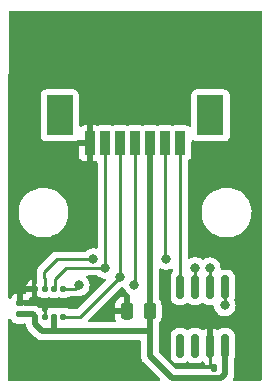
<source format=gbr>
%TF.GenerationSoftware,KiCad,Pcbnew,(6.0.9)*%
%TF.CreationDate,2022-11-26T14:04:05+01:00*%
%TF.ProjectId,SEN_PCB,53454e5f-5043-4422-9e6b-696361645f70,rev?*%
%TF.SameCoordinates,Original*%
%TF.FileFunction,Copper,L1,Top*%
%TF.FilePolarity,Positive*%
%FSLAX46Y46*%
G04 Gerber Fmt 4.6, Leading zero omitted, Abs format (unit mm)*
G04 Created by KiCad (PCBNEW (6.0.9)) date 2022-11-26 14:04:05*
%MOMM*%
%LPD*%
G01*
G04 APERTURE LIST*
G04 Aperture macros list*
%AMRoundRect*
0 Rectangle with rounded corners*
0 $1 Rounding radius*
0 $2 $3 $4 $5 $6 $7 $8 $9 X,Y pos of 4 corners*
0 Add a 4 corners polygon primitive as box body*
4,1,4,$2,$3,$4,$5,$6,$7,$8,$9,$2,$3,0*
0 Add four circle primitives for the rounded corners*
1,1,$1+$1,$2,$3*
1,1,$1+$1,$4,$5*
1,1,$1+$1,$6,$7*
1,1,$1+$1,$8,$9*
0 Add four rect primitives between the rounded corners*
20,1,$1+$1,$2,$3,$4,$5,0*
20,1,$1+$1,$4,$5,$6,$7,0*
20,1,$1+$1,$6,$7,$8,$9,0*
20,1,$1+$1,$8,$9,$2,$3,0*%
G04 Aperture macros list end*
%TA.AperFunction,SMDPad,CuDef*%
%ADD10R,0.900000X2.000000*%
%TD*%
%TA.AperFunction,ComponentPad*%
%ADD11R,2.250000X3.375000*%
%TD*%
%TA.AperFunction,SMDPad,CuDef*%
%ADD12RoundRect,0.150000X-0.150000X0.825000X-0.150000X-0.825000X0.150000X-0.825000X0.150000X0.825000X0*%
%TD*%
%TA.AperFunction,SMDPad,CuDef*%
%ADD13RoundRect,0.250000X0.250000X0.475000X-0.250000X0.475000X-0.250000X-0.475000X0.250000X-0.475000X0*%
%TD*%
%TA.AperFunction,SMDPad,CuDef*%
%ADD14RoundRect,0.140000X0.170000X-0.140000X0.170000X0.140000X-0.170000X0.140000X-0.170000X-0.140000X0*%
%TD*%
%TA.AperFunction,SMDPad,CuDef*%
%ADD15RoundRect,0.140000X0.140000X0.170000X-0.140000X0.170000X-0.140000X-0.170000X0.140000X-0.170000X0*%
%TD*%
%TA.AperFunction,SMDPad,CuDef*%
%ADD16RoundRect,0.125000X-0.125000X-0.137500X0.125000X-0.137500X0.125000X0.137500X-0.125000X0.137500X0*%
%TD*%
%TA.AperFunction,ViaPad*%
%ADD17C,0.800000*%
%TD*%
%TA.AperFunction,Conductor*%
%ADD18C,0.500000*%
%TD*%
%TA.AperFunction,Conductor*%
%ADD19C,0.250000*%
%TD*%
G04 APERTURE END LIST*
D10*
%TO.P,J1,1,1*%
%TO.N,GND*%
X72440000Y-62380000D03*
%TO.P,J1,2,2*%
%TO.N,/MOSI*%
X73710000Y-62380000D03*
%TO.P,J1,3,3*%
%TO.N,/MISO*%
X74980000Y-62380000D03*
%TO.P,J1,4,4*%
%TO.N,/CLK*%
X76250000Y-62380000D03*
%TO.P,J1,5,5*%
%TO.N,+3.3V*%
X77520000Y-62380000D03*
%TO.P,J1,6,6*%
%TO.N,/BME_SS*%
X78790000Y-62380000D03*
%TO.P,J1,7,7*%
%TO.N,/TEMP_SS*%
X80060000Y-62380000D03*
D11*
%TO.P,J1,MH1,MH1*%
%TO.N,unconnected-(J1-PadMH1)*%
X69880000Y-60020000D03*
%TO.P,J1,MH2,MH2*%
%TO.N,unconnected-(J1-PadMH2)*%
X82620000Y-60020000D03*
%TD*%
D12*
%TO.P,U2,1,SCLK*%
%TO.N,/CLK*%
X83870800Y-74563200D03*
%TO.P,U2,2,DOUT*%
%TO.N,/MISO*%
X82600800Y-74563200D03*
%TO.P,U2,3,DIN*%
%TO.N,/MOSI*%
X81330800Y-74563200D03*
%TO.P,U2,4,CS*%
%TO.N,/TEMP_SS*%
X80060800Y-74563200D03*
%TO.P,U2,5,INT*%
%TO.N,unconnected-(U2-Pad5)*%
X80060800Y-79513200D03*
%TO.P,U2,6,CT*%
%TO.N,unconnected-(U2-Pad6)*%
X81330800Y-79513200D03*
%TO.P,U2,7,GND*%
%TO.N,GND*%
X82600800Y-79513200D03*
%TO.P,U2,8,VDD*%
%TO.N,+3.3V*%
X83870800Y-79513200D03*
%TD*%
D13*
%TO.P,C3,1*%
%TO.N,+3.3V*%
X77480200Y-76581000D03*
%TO.P,C3,2*%
%TO.N,GND*%
X75580200Y-76581000D03*
%TD*%
D14*
%TO.P,C1,1*%
%TO.N,+3.3V*%
X66486400Y-76875200D03*
%TO.P,C1,2*%
%TO.N,GND*%
X66486400Y-75915200D03*
%TD*%
D15*
%TO.P,C2,1*%
%TO.N,+3.3V*%
X83868200Y-81407000D03*
%TO.P,C2,2*%
%TO.N,GND*%
X82908200Y-81407000D03*
%TD*%
D16*
%TO.P,U1,1,GND*%
%TO.N,GND*%
X67786400Y-74707700D03*
%TO.P,U1,2,CSB*%
%TO.N,/BME_SS*%
X68586400Y-74707700D03*
%TO.P,U1,3,SDI*%
%TO.N,/MOSI*%
X69386400Y-74707700D03*
%TO.P,U1,4,SCK*%
%TO.N,/CLK*%
X70186400Y-74707700D03*
%TO.P,U1,5,SDO*%
%TO.N,/MISO*%
X70186400Y-77082700D03*
%TO.P,U1,6,VDDIO*%
%TO.N,+3.3V*%
X69386400Y-77082700D03*
%TO.P,U1,7,GND*%
%TO.N,GND*%
X68586400Y-77082700D03*
%TO.P,U1,8,VDD*%
%TO.N,+3.3V*%
X67786400Y-77082700D03*
%TD*%
D17*
%TO.N,GND*%
X74701400Y-81432400D03*
X66598800Y-79019400D03*
X66624200Y-81432400D03*
X69138800Y-81432400D03*
X72500000Y-60000000D03*
X73202800Y-77089000D03*
X66497200Y-74676000D03*
X81508600Y-77038200D03*
X72500000Y-64750000D03*
X72085200Y-81432400D03*
X79984600Y-77063600D03*
X74168000Y-76123800D03*
X82880200Y-77038200D03*
%TO.N,/BME_SS*%
X72720200Y-72186800D03*
X78867000Y-72161400D03*
%TO.N,/MISO*%
X82575400Y-72948800D03*
X75006200Y-73670700D03*
%TO.N,/MOSI*%
X73710800Y-72923400D03*
X81330800Y-72923400D03*
%TO.N,/CLK*%
X83845400Y-76098400D03*
X76200000Y-74371200D03*
X71486400Y-74395200D03*
%TD*%
D18*
%TO.N,+3.3V*%
X69386400Y-78295200D02*
X77353800Y-78295200D01*
X83870800Y-79513200D02*
X83870800Y-81949307D01*
X67786400Y-77695200D02*
X68386400Y-78295200D01*
X66486400Y-76875200D02*
X67578900Y-76875200D01*
X69386400Y-77082700D02*
X69386400Y-78295200D01*
X68386400Y-78295200D02*
X69386400Y-78295200D01*
X67578900Y-76875200D02*
X67786400Y-77082700D01*
X83547787Y-82272320D02*
X79402120Y-82272320D01*
X67786400Y-77082700D02*
X67786400Y-77695200D01*
X77353800Y-78295200D02*
X77520000Y-78461400D01*
X77520000Y-62380000D02*
X77520000Y-78461400D01*
X77520000Y-80390200D02*
X77520000Y-78461400D01*
X83870800Y-81949307D02*
X83547787Y-82272320D01*
X79402120Y-82272320D02*
X77520000Y-80390200D01*
D19*
%TO.N,GND*%
X67786400Y-75445200D02*
X68586400Y-76245200D01*
X67786400Y-74707700D02*
X67786400Y-75445200D01*
X82600800Y-81099600D02*
X82908200Y-81407000D01*
X68586400Y-76245200D02*
X68586400Y-77082700D01*
X82600800Y-79513200D02*
X82600800Y-81099600D01*
%TO.N,/BME_SS*%
X78867000Y-72161400D02*
X78790000Y-72084400D01*
X68586400Y-73769895D02*
X68586400Y-74707700D01*
X78790000Y-72084400D02*
X78790000Y-62380000D01*
X69646800Y-72186800D02*
X68580000Y-73253600D01*
X68580000Y-73253600D02*
X68580000Y-73761600D01*
X72720200Y-72186800D02*
X69646800Y-72186800D01*
%TO.N,/MISO*%
X71594200Y-77082700D02*
X70186400Y-77082700D01*
X82575400Y-74537800D02*
X82600800Y-74563200D01*
X74980000Y-73644500D02*
X74980000Y-62380000D01*
X82575400Y-72948800D02*
X82575400Y-74537800D01*
X75006200Y-73670700D02*
X74980000Y-73644500D01*
X75006200Y-73670700D02*
X71594200Y-77082700D01*
%TO.N,/MOSI*%
X81330800Y-72923400D02*
X81330800Y-74563200D01*
X70425586Y-72923400D02*
X69486400Y-73862586D01*
X69486400Y-73862586D02*
X69486400Y-74607700D01*
X69486400Y-74607700D02*
X69386400Y-74707700D01*
X73710800Y-72923400D02*
X70425586Y-72923400D01*
X73710000Y-72922600D02*
X73710000Y-62380000D01*
X73710800Y-72923400D02*
X73710000Y-72922600D01*
%TO.N,/CLK*%
X71173900Y-74707700D02*
X71486400Y-74395200D01*
X83845400Y-76098400D02*
X83845400Y-74588600D01*
X76250000Y-62630000D02*
X76500000Y-62380000D01*
X83845400Y-74588600D02*
X83870800Y-74563200D01*
X70186400Y-74707700D02*
X71173900Y-74707700D01*
X76250000Y-74321200D02*
X76250000Y-62380000D01*
%TO.N,/TEMP_SS*%
X80060000Y-62380000D02*
X80060000Y-74359200D01*
%TD*%
%TA.AperFunction,Conductor*%
%TO.N,GND*%
G36*
X65705585Y-77268930D02*
G01*
X65731308Y-77299826D01*
X65799912Y-77415829D01*
X65915771Y-77531688D01*
X65922592Y-77535722D01*
X65998134Y-77580397D01*
X66056803Y-77615094D01*
X66064414Y-77617305D01*
X66064416Y-77617306D01*
X66115395Y-77632116D01*
X66214146Y-77660806D01*
X66220551Y-77661310D01*
X66220556Y-77661311D01*
X66248460Y-77663507D01*
X66248468Y-77663507D01*
X66250916Y-77663700D01*
X66721884Y-77663700D01*
X66724332Y-77663507D01*
X66724340Y-77663507D01*
X66752244Y-77661311D01*
X66752249Y-77661310D01*
X66758654Y-77660806D01*
X66764826Y-77659013D01*
X66764831Y-77659012D01*
X66834733Y-77638703D01*
X66869886Y-77633700D01*
X66903403Y-77633700D01*
X66971524Y-77653702D01*
X67018017Y-77707358D01*
X67028554Y-77745106D01*
X67031193Y-77767737D01*
X67031622Y-77772082D01*
X67037540Y-77844837D01*
X67039796Y-77851801D01*
X67040987Y-77857760D01*
X67042371Y-77863615D01*
X67043218Y-77870881D01*
X67068135Y-77939527D01*
X67069552Y-77943655D01*
X67092049Y-78013099D01*
X67095845Y-78019354D01*
X67098351Y-78024828D01*
X67101070Y-78030258D01*
X67103567Y-78037137D01*
X67107580Y-78043257D01*
X67107580Y-78043258D01*
X67143586Y-78098176D01*
X67145923Y-78101880D01*
X67183805Y-78164307D01*
X67187521Y-78168515D01*
X67187522Y-78168516D01*
X67191203Y-78172684D01*
X67191176Y-78172708D01*
X67193829Y-78175700D01*
X67196532Y-78178933D01*
X67200544Y-78185052D01*
X67205856Y-78190084D01*
X67256783Y-78238328D01*
X67259225Y-78240706D01*
X67802630Y-78784111D01*
X67815016Y-78798523D01*
X67823549Y-78810118D01*
X67823554Y-78810123D01*
X67827892Y-78816018D01*
X67833470Y-78820757D01*
X67833473Y-78820760D01*
X67868168Y-78850235D01*
X67875684Y-78857165D01*
X67881379Y-78862860D01*
X67884261Y-78865140D01*
X67903651Y-78880481D01*
X67907055Y-78883272D01*
X67957103Y-78925791D01*
X67962685Y-78930533D01*
X67969201Y-78933861D01*
X67974250Y-78937228D01*
X67979379Y-78940395D01*
X67985116Y-78944934D01*
X68051275Y-78975855D01*
X68055169Y-78977758D01*
X68120208Y-79010969D01*
X68127316Y-79012708D01*
X68132959Y-79014807D01*
X68138722Y-79016724D01*
X68145350Y-79019822D01*
X68152512Y-79021312D01*
X68152513Y-79021312D01*
X68216812Y-79034686D01*
X68221096Y-79035656D01*
X68292010Y-79053008D01*
X68297612Y-79053356D01*
X68297615Y-79053356D01*
X68303164Y-79053700D01*
X68303162Y-79053736D01*
X68307155Y-79053975D01*
X68311347Y-79054349D01*
X68318515Y-79055840D01*
X68387456Y-79053975D01*
X68395921Y-79053746D01*
X68399328Y-79053700D01*
X69358565Y-79053700D01*
X69366366Y-79053942D01*
X69427698Y-79057747D01*
X69440660Y-79055520D01*
X69461996Y-79053700D01*
X76635500Y-79053700D01*
X76703621Y-79073702D01*
X76750114Y-79127358D01*
X76761500Y-79179700D01*
X76761500Y-80323130D01*
X76760067Y-80342080D01*
X76756801Y-80363549D01*
X76757394Y-80370841D01*
X76757394Y-80370844D01*
X76761085Y-80416218D01*
X76761500Y-80426433D01*
X76761500Y-80434493D01*
X76761925Y-80438137D01*
X76764789Y-80462707D01*
X76765222Y-80467082D01*
X76771140Y-80539837D01*
X76773396Y-80546801D01*
X76774587Y-80552760D01*
X76775971Y-80558615D01*
X76776818Y-80565881D01*
X76801735Y-80634527D01*
X76803152Y-80638655D01*
X76825649Y-80708099D01*
X76829445Y-80714354D01*
X76831951Y-80719828D01*
X76834670Y-80725258D01*
X76837167Y-80732137D01*
X76841180Y-80738257D01*
X76841180Y-80738258D01*
X76877186Y-80793176D01*
X76879523Y-80796880D01*
X76917405Y-80859307D01*
X76921121Y-80863515D01*
X76921122Y-80863516D01*
X76924803Y-80867684D01*
X76924776Y-80867708D01*
X76927429Y-80870700D01*
X76930132Y-80873933D01*
X76934144Y-80880052D01*
X76990383Y-80933328D01*
X76992825Y-80935706D01*
X78366124Y-82309005D01*
X78400150Y-82371317D01*
X78395085Y-82442132D01*
X78352538Y-82498968D01*
X78286018Y-82523779D01*
X78277029Y-82524100D01*
X65611352Y-82524100D01*
X65543231Y-82504098D01*
X65496738Y-82450442D01*
X65485352Y-82397812D01*
X65496855Y-77363678D01*
X65517013Y-77295603D01*
X65570775Y-77249233D01*
X65641072Y-77239290D01*
X65705585Y-77268930D01*
G37*
%TD.AperFunction*%
%TA.AperFunction,Conductor*%
G36*
X86981569Y-51176102D02*
G01*
X87028062Y-51229758D01*
X87039448Y-51282388D01*
X86968348Y-82398388D01*
X86948190Y-82466463D01*
X86894428Y-82512833D01*
X86842348Y-82524100D01*
X84637411Y-82524100D01*
X84569290Y-82504098D01*
X84522797Y-82450442D01*
X84512693Y-82380168D01*
X84523261Y-82344755D01*
X84551444Y-82284455D01*
X84553361Y-82280532D01*
X84586569Y-82215499D01*
X84588308Y-82208391D01*
X84590407Y-82202748D01*
X84592324Y-82196985D01*
X84595422Y-82190357D01*
X84610287Y-82118890D01*
X84611257Y-82114606D01*
X84627273Y-82049152D01*
X84628608Y-82043697D01*
X84629300Y-82032543D01*
X84629336Y-82032545D01*
X84629575Y-82028552D01*
X84629949Y-82024360D01*
X84631440Y-82017192D01*
X84629346Y-81939786D01*
X84629300Y-81936379D01*
X84629300Y-81781537D01*
X84634303Y-81746384D01*
X84652011Y-81685431D01*
X84653806Y-81679254D01*
X84656700Y-81642484D01*
X84656700Y-81171516D01*
X84653806Y-81134746D01*
X84634303Y-81067615D01*
X84629300Y-81032463D01*
X84629300Y-80621954D01*
X84634303Y-80586802D01*
X84674567Y-80448211D01*
X84674568Y-80448207D01*
X84676362Y-80442031D01*
X84676956Y-80434493D01*
X84679107Y-80407158D01*
X84679107Y-80407150D01*
X84679300Y-80404702D01*
X84679300Y-78621698D01*
X84676362Y-78584369D01*
X84629945Y-78424599D01*
X84612907Y-78395789D01*
X84549291Y-78288220D01*
X84549289Y-78288217D01*
X84545253Y-78281393D01*
X84427607Y-78163747D01*
X84420783Y-78159711D01*
X84420780Y-78159709D01*
X84291227Y-78083092D01*
X84291228Y-78083092D01*
X84284401Y-78079055D01*
X84276790Y-78076844D01*
X84276788Y-78076843D01*
X84188942Y-78051322D01*
X84124631Y-78032638D01*
X84118226Y-78032134D01*
X84118221Y-78032133D01*
X84089758Y-78029893D01*
X84089750Y-78029893D01*
X84087302Y-78029700D01*
X83654298Y-78029700D01*
X83651850Y-78029893D01*
X83651842Y-78029893D01*
X83623379Y-78032133D01*
X83623374Y-78032134D01*
X83616969Y-78032638D01*
X83552658Y-78051322D01*
X83464812Y-78076843D01*
X83464810Y-78076844D01*
X83457199Y-78079055D01*
X83313993Y-78163747D01*
X83311053Y-78166687D01*
X83246529Y-78192021D01*
X83176906Y-78178120D01*
X83158160Y-78166071D01*
X83150477Y-78160111D01*
X83021021Y-78083552D01*
X83006590Y-78077307D01*
X82872195Y-78038261D01*
X82858094Y-78038301D01*
X82854800Y-78045570D01*
X82854800Y-79641200D01*
X82834798Y-79709321D01*
X82781142Y-79755814D01*
X82728800Y-79767200D01*
X82472800Y-79767200D01*
X82404679Y-79747198D01*
X82358186Y-79693542D01*
X82346800Y-79641200D01*
X82346800Y-78051322D01*
X82342827Y-78037791D01*
X82334929Y-78036656D01*
X82195010Y-78077307D01*
X82180579Y-78083552D01*
X82051124Y-78160110D01*
X82043436Y-78166074D01*
X81977351Y-78192021D01*
X81907728Y-78178120D01*
X81891642Y-78167782D01*
X81887607Y-78163747D01*
X81744401Y-78079055D01*
X81736790Y-78076844D01*
X81736788Y-78076843D01*
X81648942Y-78051322D01*
X81584631Y-78032638D01*
X81578226Y-78032134D01*
X81578221Y-78032133D01*
X81549758Y-78029893D01*
X81549750Y-78029893D01*
X81547302Y-78029700D01*
X81114298Y-78029700D01*
X81111850Y-78029893D01*
X81111842Y-78029893D01*
X81083379Y-78032133D01*
X81083374Y-78032134D01*
X81076969Y-78032638D01*
X81012658Y-78051322D01*
X80924812Y-78076843D01*
X80924810Y-78076844D01*
X80917199Y-78079055D01*
X80773993Y-78163747D01*
X80771311Y-78166429D01*
X80706939Y-78191702D01*
X80637316Y-78177800D01*
X80621488Y-78167628D01*
X80617607Y-78163747D01*
X80474401Y-78079055D01*
X80466790Y-78076844D01*
X80466788Y-78076843D01*
X80378942Y-78051322D01*
X80314631Y-78032638D01*
X80308226Y-78032134D01*
X80308221Y-78032133D01*
X80279758Y-78029893D01*
X80279750Y-78029893D01*
X80277302Y-78029700D01*
X79844298Y-78029700D01*
X79841850Y-78029893D01*
X79841842Y-78029893D01*
X79813379Y-78032133D01*
X79813374Y-78032134D01*
X79806969Y-78032638D01*
X79742658Y-78051322D01*
X79654812Y-78076843D01*
X79654810Y-78076844D01*
X79647199Y-78079055D01*
X79640372Y-78083092D01*
X79640373Y-78083092D01*
X79510820Y-78159709D01*
X79510817Y-78159711D01*
X79503993Y-78163747D01*
X79386347Y-78281393D01*
X79382311Y-78288217D01*
X79382309Y-78288220D01*
X79318693Y-78395789D01*
X79301655Y-78424599D01*
X79255238Y-78584369D01*
X79252300Y-78621698D01*
X79252300Y-80404702D01*
X79252493Y-80407150D01*
X79252493Y-80407158D01*
X79254645Y-80434493D01*
X79255238Y-80442031D01*
X79301655Y-80601801D01*
X79318693Y-80630611D01*
X79382309Y-80738180D01*
X79382311Y-80738183D01*
X79386347Y-80745007D01*
X79503993Y-80862653D01*
X79510816Y-80866688D01*
X79510820Y-80866691D01*
X79554008Y-80892232D01*
X79647199Y-80947345D01*
X79654810Y-80949556D01*
X79654812Y-80949557D01*
X79707031Y-80964728D01*
X79806969Y-80993762D01*
X79813374Y-80994266D01*
X79813379Y-80994267D01*
X79841842Y-80996507D01*
X79841850Y-80996507D01*
X79844298Y-80996700D01*
X80277302Y-80996700D01*
X80279750Y-80996507D01*
X80279758Y-80996507D01*
X80308221Y-80994267D01*
X80308226Y-80994266D01*
X80314631Y-80993762D01*
X80414569Y-80964728D01*
X80466788Y-80949557D01*
X80466790Y-80949556D01*
X80474401Y-80947345D01*
X80617607Y-80862653D01*
X80620289Y-80859971D01*
X80684661Y-80834698D01*
X80754284Y-80848600D01*
X80770112Y-80858772D01*
X80773993Y-80862653D01*
X80917199Y-80947345D01*
X80924810Y-80949556D01*
X80924812Y-80949557D01*
X80977031Y-80964728D01*
X81076969Y-80993762D01*
X81083374Y-80994266D01*
X81083379Y-80994267D01*
X81111842Y-80996507D01*
X81111850Y-80996507D01*
X81114298Y-80996700D01*
X81547302Y-80996700D01*
X81549750Y-80996507D01*
X81549758Y-80996507D01*
X81578221Y-80994267D01*
X81578226Y-80994266D01*
X81584631Y-80993762D01*
X81684569Y-80964728D01*
X81736788Y-80949557D01*
X81736790Y-80949556D01*
X81744401Y-80947345D01*
X81887607Y-80862653D01*
X81890547Y-80859713D01*
X81955071Y-80834379D01*
X82024694Y-80848280D01*
X82043440Y-80860329D01*
X82051123Y-80866289D01*
X82094991Y-80892232D01*
X82143443Y-80944125D01*
X82156149Y-81013975D01*
X82151849Y-81035839D01*
X82124888Y-81128641D01*
X82123432Y-81136609D01*
X82126252Y-81150031D01*
X82137713Y-81153000D01*
X82953700Y-81153000D01*
X83021821Y-81173002D01*
X83068314Y-81226658D01*
X83079700Y-81279000D01*
X83079700Y-81387820D01*
X83059698Y-81455941D01*
X83006042Y-81502434D01*
X82953700Y-81513820D01*
X79768490Y-81513820D01*
X79700369Y-81493818D01*
X79679395Y-81476915D01*
X78315405Y-80112924D01*
X78281379Y-80050612D01*
X78278500Y-80023829D01*
X78278500Y-78528469D01*
X78279933Y-78509518D01*
X78282099Y-78495283D01*
X78282099Y-78495281D01*
X78283199Y-78488051D01*
X78278915Y-78435382D01*
X78278500Y-78425167D01*
X78278500Y-77632524D01*
X78298502Y-77564403D01*
X78315326Y-77543507D01*
X78324333Y-77534484D01*
X78329505Y-77529303D01*
X78422315Y-77378738D01*
X78448764Y-77298995D01*
X78475832Y-77217389D01*
X78475832Y-77217387D01*
X78477997Y-77210861D01*
X78488700Y-77106400D01*
X78488700Y-76055600D01*
X78487472Y-76043762D01*
X78478438Y-75956692D01*
X78478437Y-75956688D01*
X78477726Y-75949834D01*
X78465322Y-75912653D01*
X78424068Y-75789002D01*
X78421750Y-75782054D01*
X78328678Y-75631652D01*
X78315482Y-75618479D01*
X78281403Y-75556197D01*
X78278500Y-75529306D01*
X78278500Y-73087883D01*
X78298502Y-73019762D01*
X78352158Y-72973269D01*
X78422432Y-72963165D01*
X78455747Y-72972776D01*
X78530729Y-73006159D01*
X78558537Y-73018540D01*
X78584712Y-73030194D01*
X78678113Y-73050047D01*
X78765056Y-73068528D01*
X78765061Y-73068528D01*
X78771513Y-73069900D01*
X78962487Y-73069900D01*
X78968939Y-73068528D01*
X78968944Y-73068528D01*
X79055887Y-73050047D01*
X79149288Y-73030194D01*
X79155315Y-73027511D01*
X79155323Y-73027508D01*
X79249252Y-72985688D01*
X79319619Y-72976254D01*
X79383916Y-73006361D01*
X79421729Y-73066450D01*
X79426500Y-73100795D01*
X79426500Y-73239050D01*
X79406498Y-73307171D01*
X79396645Y-73319397D01*
X79396811Y-73319525D01*
X79391956Y-73325784D01*
X79386347Y-73331393D01*
X79382311Y-73338217D01*
X79382309Y-73338220D01*
X79318693Y-73445789D01*
X79301655Y-73474599D01*
X79255238Y-73634369D01*
X79254734Y-73640774D01*
X79254733Y-73640779D01*
X79252493Y-73669242D01*
X79252300Y-73671698D01*
X79252300Y-75454702D01*
X79252493Y-75457150D01*
X79252493Y-75457158D01*
X79254189Y-75478700D01*
X79255238Y-75492031D01*
X79270686Y-75545203D01*
X79297611Y-75637880D01*
X79301655Y-75651801D01*
X79305692Y-75658627D01*
X79382309Y-75788180D01*
X79382311Y-75788183D01*
X79386347Y-75795007D01*
X79503993Y-75912653D01*
X79510817Y-75916689D01*
X79510820Y-75916691D01*
X79580816Y-75958086D01*
X79647199Y-75997345D01*
X79654810Y-75999556D01*
X79654812Y-75999557D01*
X79701229Y-76013042D01*
X79806969Y-76043762D01*
X79813374Y-76044266D01*
X79813379Y-76044267D01*
X79841842Y-76046507D01*
X79841850Y-76046507D01*
X79844298Y-76046700D01*
X80277302Y-76046700D01*
X80279750Y-76046507D01*
X80279758Y-76046507D01*
X80308221Y-76044267D01*
X80308226Y-76044266D01*
X80314631Y-76043762D01*
X80420371Y-76013042D01*
X80466788Y-75999557D01*
X80466790Y-75999556D01*
X80474401Y-75997345D01*
X80617607Y-75912653D01*
X80620289Y-75909971D01*
X80684661Y-75884698D01*
X80754284Y-75898600D01*
X80770112Y-75908772D01*
X80773993Y-75912653D01*
X80917199Y-75997345D01*
X80924810Y-75999556D01*
X80924812Y-75999557D01*
X80971229Y-76013042D01*
X81076969Y-76043762D01*
X81083374Y-76044266D01*
X81083379Y-76044267D01*
X81111842Y-76046507D01*
X81111850Y-76046507D01*
X81114298Y-76046700D01*
X81547302Y-76046700D01*
X81549750Y-76046507D01*
X81549758Y-76046507D01*
X81578221Y-76044267D01*
X81578226Y-76044266D01*
X81584631Y-76043762D01*
X81690371Y-76013042D01*
X81736788Y-75999557D01*
X81736790Y-75999556D01*
X81744401Y-75997345D01*
X81887607Y-75912653D01*
X81890289Y-75909971D01*
X81954661Y-75884698D01*
X82024284Y-75898600D01*
X82040112Y-75908772D01*
X82043993Y-75912653D01*
X82187199Y-75997345D01*
X82194810Y-75999556D01*
X82194812Y-75999557D01*
X82241229Y-76013042D01*
X82346969Y-76043762D01*
X82353374Y-76044266D01*
X82353379Y-76044267D01*
X82381842Y-76046507D01*
X82381850Y-76046507D01*
X82384298Y-76046700D01*
X82813011Y-76046700D01*
X82881132Y-76066702D01*
X82927625Y-76120358D01*
X82938321Y-76159530D01*
X82946765Y-76239867D01*
X82951858Y-76288328D01*
X83010873Y-76469956D01*
X83106360Y-76635344D01*
X83110778Y-76640251D01*
X83110779Y-76640252D01*
X83229725Y-76772355D01*
X83234147Y-76777266D01*
X83297939Y-76823614D01*
X83377230Y-76881222D01*
X83388648Y-76889518D01*
X83394676Y-76892202D01*
X83394678Y-76892203D01*
X83557081Y-76964509D01*
X83563112Y-76967194D01*
X83656513Y-76987047D01*
X83743456Y-77005528D01*
X83743461Y-77005528D01*
X83749913Y-77006900D01*
X83940887Y-77006900D01*
X83947339Y-77005528D01*
X83947344Y-77005528D01*
X84034287Y-76987047D01*
X84127688Y-76967194D01*
X84133719Y-76964509D01*
X84296122Y-76892203D01*
X84296124Y-76892202D01*
X84302152Y-76889518D01*
X84313571Y-76881222D01*
X84392861Y-76823614D01*
X84456653Y-76777266D01*
X84461075Y-76772355D01*
X84580021Y-76640252D01*
X84580022Y-76640251D01*
X84584440Y-76635344D01*
X84679927Y-76469956D01*
X84738942Y-76288328D01*
X84744036Y-76239867D01*
X84758214Y-76104965D01*
X84758904Y-76098400D01*
X84753450Y-76046507D01*
X84739632Y-75915035D01*
X84739632Y-75915033D01*
X84738942Y-75908472D01*
X84735735Y-75898600D01*
X84681969Y-75733129D01*
X84679927Y-75726844D01*
X84659045Y-75690675D01*
X84642307Y-75621679D01*
X84647167Y-75592522D01*
X84660914Y-75545203D01*
X84676362Y-75492031D01*
X84677412Y-75478700D01*
X84679107Y-75457158D01*
X84679107Y-75457150D01*
X84679300Y-75454702D01*
X84679300Y-73671698D01*
X84679107Y-73669242D01*
X84676867Y-73640779D01*
X84676866Y-73640774D01*
X84676362Y-73634369D01*
X84629945Y-73474599D01*
X84612907Y-73445789D01*
X84549291Y-73338220D01*
X84549289Y-73338217D01*
X84545253Y-73331393D01*
X84427607Y-73213747D01*
X84420783Y-73209711D01*
X84420780Y-73209709D01*
X84291227Y-73133092D01*
X84291228Y-73133092D01*
X84284401Y-73129055D01*
X84276790Y-73126844D01*
X84276788Y-73126843D01*
X84187128Y-73100795D01*
X84124631Y-73082638D01*
X84118226Y-73082134D01*
X84118221Y-73082133D01*
X84089758Y-73079893D01*
X84089750Y-73079893D01*
X84087302Y-73079700D01*
X83654298Y-73079700D01*
X83651847Y-73079893D01*
X83651819Y-73079894D01*
X83624101Y-73082076D01*
X83554621Y-73067482D01*
X83504061Y-73017640D01*
X83488214Y-72956465D01*
X83488214Y-72955365D01*
X83488904Y-72948800D01*
X83477650Y-72841720D01*
X83469632Y-72765435D01*
X83469632Y-72765433D01*
X83468942Y-72758872D01*
X83409927Y-72577244D01*
X83314440Y-72411856D01*
X83186653Y-72269934D01*
X83032152Y-72157682D01*
X83026124Y-72154998D01*
X83026122Y-72154997D01*
X82863719Y-72082691D01*
X82863718Y-72082691D01*
X82857688Y-72080006D01*
X82750823Y-72057291D01*
X82677344Y-72041672D01*
X82677339Y-72041672D01*
X82670887Y-72040300D01*
X82479913Y-72040300D01*
X82473461Y-72041672D01*
X82473456Y-72041672D01*
X82399977Y-72057291D01*
X82293112Y-72080006D01*
X82287082Y-72082691D01*
X82287081Y-72082691D01*
X82124678Y-72154997D01*
X82124676Y-72154998D01*
X82118648Y-72157682D01*
X82113307Y-72161562D01*
X82113306Y-72161563D01*
X82044641Y-72211451D01*
X81977773Y-72235310D01*
X81908621Y-72219229D01*
X81896519Y-72211451D01*
X81792894Y-72136163D01*
X81792893Y-72136162D01*
X81787552Y-72132282D01*
X81781524Y-72129598D01*
X81781522Y-72129597D01*
X81619119Y-72057291D01*
X81619118Y-72057291D01*
X81613088Y-72054606D01*
X81519688Y-72034753D01*
X81432744Y-72016272D01*
X81432739Y-72016272D01*
X81426287Y-72014900D01*
X81235313Y-72014900D01*
X81228861Y-72016272D01*
X81228856Y-72016272D01*
X81141912Y-72034753D01*
X81048512Y-72054606D01*
X81042482Y-72057291D01*
X81042481Y-72057291D01*
X80994544Y-72078634D01*
X80874048Y-72132282D01*
X80873231Y-72130446D01*
X80813514Y-72144938D01*
X80746420Y-72121722D01*
X80702529Y-72065918D01*
X80693500Y-72019080D01*
X80693500Y-68382503D01*
X81890743Y-68382503D01*
X81928268Y-68667534D01*
X82004129Y-68944836D01*
X82116923Y-69209276D01*
X82264561Y-69455961D01*
X82444313Y-69680328D01*
X82652851Y-69878223D01*
X82886317Y-70045986D01*
X82890112Y-70047995D01*
X82890113Y-70047996D01*
X82911869Y-70059515D01*
X83140392Y-70180512D01*
X83410373Y-70279311D01*
X83691264Y-70340555D01*
X83719841Y-70342804D01*
X83914282Y-70358107D01*
X83914291Y-70358107D01*
X83916739Y-70358300D01*
X84072271Y-70358300D01*
X84074407Y-70358154D01*
X84074418Y-70358154D01*
X84282548Y-70343965D01*
X84282554Y-70343964D01*
X84286825Y-70343673D01*
X84291020Y-70342804D01*
X84291022Y-70342804D01*
X84427584Y-70314523D01*
X84568342Y-70285374D01*
X84839343Y-70189407D01*
X85094812Y-70057550D01*
X85098313Y-70055089D01*
X85098317Y-70055087D01*
X85212417Y-69974896D01*
X85330023Y-69892241D01*
X85540622Y-69696540D01*
X85722713Y-69474068D01*
X85872927Y-69228942D01*
X85988483Y-68965698D01*
X86067244Y-68689206D01*
X86107751Y-68404584D01*
X86107845Y-68386751D01*
X86109235Y-68121383D01*
X86109235Y-68121376D01*
X86109257Y-68117097D01*
X86071732Y-67832066D01*
X85995871Y-67554764D01*
X85883077Y-67290324D01*
X85735439Y-67043639D01*
X85555687Y-66819272D01*
X85347149Y-66621377D01*
X85113683Y-66453614D01*
X85091843Y-66442050D01*
X85068654Y-66429772D01*
X84859608Y-66319088D01*
X84589627Y-66220289D01*
X84308736Y-66159045D01*
X84277685Y-66156601D01*
X84085718Y-66141493D01*
X84085709Y-66141493D01*
X84083261Y-66141300D01*
X83927729Y-66141300D01*
X83925593Y-66141446D01*
X83925582Y-66141446D01*
X83717452Y-66155635D01*
X83717446Y-66155636D01*
X83713175Y-66155927D01*
X83708980Y-66156796D01*
X83708978Y-66156796D01*
X83572416Y-66185077D01*
X83431658Y-66214226D01*
X83160657Y-66310193D01*
X82905188Y-66442050D01*
X82901687Y-66444511D01*
X82901683Y-66444513D01*
X82891594Y-66451604D01*
X82669977Y-66607359D01*
X82459378Y-66803060D01*
X82277287Y-67025532D01*
X82127073Y-67270658D01*
X82011517Y-67533902D01*
X81932756Y-67810394D01*
X81892249Y-68095016D01*
X81892227Y-68099305D01*
X81892226Y-68099312D01*
X81890765Y-68378217D01*
X81890743Y-68382503D01*
X80693500Y-68382503D01*
X80693500Y-63938433D01*
X80713502Y-63870312D01*
X80755678Y-63831000D01*
X80756705Y-63830615D01*
X80873261Y-63743261D01*
X80960615Y-63626705D01*
X81011745Y-63490316D01*
X81018500Y-63428134D01*
X81018500Y-62237784D01*
X81038502Y-62169663D01*
X81092158Y-62123170D01*
X81162432Y-62113066D01*
X81220063Y-62136956D01*
X81248295Y-62158115D01*
X81384684Y-62209245D01*
X81446866Y-62216000D01*
X83793134Y-62216000D01*
X83855316Y-62209245D01*
X83991705Y-62158115D01*
X84108261Y-62070761D01*
X84195615Y-61954205D01*
X84246745Y-61817816D01*
X84253500Y-61755634D01*
X84253500Y-58284366D01*
X84246745Y-58222184D01*
X84195615Y-58085795D01*
X84108261Y-57969239D01*
X83991705Y-57881885D01*
X83855316Y-57830755D01*
X83793134Y-57824000D01*
X81446866Y-57824000D01*
X81384684Y-57830755D01*
X81248295Y-57881885D01*
X81131739Y-57969239D01*
X81044385Y-58085795D01*
X80993255Y-58222184D01*
X80986500Y-58284366D01*
X80986500Y-60849716D01*
X80966498Y-60917837D01*
X80912842Y-60964330D01*
X80842568Y-60974434D01*
X80784937Y-60950544D01*
X80756705Y-60929385D01*
X80620316Y-60878255D01*
X80558134Y-60871500D01*
X79561866Y-60871500D01*
X79499684Y-60878255D01*
X79469229Y-60889672D01*
X79398423Y-60894855D01*
X79380776Y-60889674D01*
X79350316Y-60878255D01*
X79288134Y-60871500D01*
X78291866Y-60871500D01*
X78229684Y-60878255D01*
X78199229Y-60889672D01*
X78128423Y-60894855D01*
X78110776Y-60889674D01*
X78080316Y-60878255D01*
X78018134Y-60871500D01*
X77021866Y-60871500D01*
X76959684Y-60878255D01*
X76929229Y-60889672D01*
X76858423Y-60894855D01*
X76840776Y-60889674D01*
X76810316Y-60878255D01*
X76748134Y-60871500D01*
X75751866Y-60871500D01*
X75689684Y-60878255D01*
X75659229Y-60889672D01*
X75588423Y-60894855D01*
X75570776Y-60889674D01*
X75540316Y-60878255D01*
X75478134Y-60871500D01*
X74481866Y-60871500D01*
X74419684Y-60878255D01*
X74389229Y-60889672D01*
X74318423Y-60894855D01*
X74300776Y-60889674D01*
X74270316Y-60878255D01*
X74208134Y-60871500D01*
X73211866Y-60871500D01*
X73149684Y-60878255D01*
X73118517Y-60889939D01*
X73047712Y-60895122D01*
X73030057Y-60889939D01*
X73007602Y-60881521D01*
X72992351Y-60877895D01*
X72941486Y-60872369D01*
X72934672Y-60872000D01*
X72712115Y-60872000D01*
X72696876Y-60876475D01*
X72695671Y-60877865D01*
X72694000Y-60885548D01*
X72694000Y-63869884D01*
X72698475Y-63885123D01*
X72699865Y-63886328D01*
X72707548Y-63887999D01*
X72934675Y-63887999D01*
X72943688Y-63887511D01*
X73012791Y-63903801D01*
X73062116Y-63954865D01*
X73076500Y-64013327D01*
X73076500Y-71178140D01*
X73056498Y-71246261D01*
X73002842Y-71292754D01*
X72932568Y-71302858D01*
X72924303Y-71301387D01*
X72822144Y-71279672D01*
X72822139Y-71279672D01*
X72815687Y-71278300D01*
X72624713Y-71278300D01*
X72618261Y-71279672D01*
X72618256Y-71279672D01*
X72531313Y-71298153D01*
X72437912Y-71318006D01*
X72431882Y-71320691D01*
X72431881Y-71320691D01*
X72269478Y-71392997D01*
X72269476Y-71392998D01*
X72263448Y-71395682D01*
X72258107Y-71399562D01*
X72258106Y-71399563D01*
X72195660Y-71444933D01*
X72108947Y-71507934D01*
X72104532Y-71512837D01*
X72099620Y-71517260D01*
X72098495Y-71516011D01*
X72045186Y-71548851D01*
X72012000Y-71553300D01*
X69725567Y-71553300D01*
X69714384Y-71552773D01*
X69706891Y-71551098D01*
X69698965Y-71551347D01*
X69698964Y-71551347D01*
X69638814Y-71553238D01*
X69634855Y-71553300D01*
X69606944Y-71553300D01*
X69603010Y-71553797D01*
X69603009Y-71553797D01*
X69602944Y-71553805D01*
X69591107Y-71554738D01*
X69558849Y-71555752D01*
X69554830Y-71555878D01*
X69546911Y-71556127D01*
X69527457Y-71561779D01*
X69508100Y-71565787D01*
X69495870Y-71567332D01*
X69495869Y-71567332D01*
X69488003Y-71568326D01*
X69480632Y-71571245D01*
X69480630Y-71571245D01*
X69446888Y-71584604D01*
X69435658Y-71588449D01*
X69400817Y-71598571D01*
X69400816Y-71598571D01*
X69393207Y-71600782D01*
X69386388Y-71604815D01*
X69386383Y-71604817D01*
X69375772Y-71611093D01*
X69358024Y-71619788D01*
X69339183Y-71627248D01*
X69332767Y-71631910D01*
X69332766Y-71631910D01*
X69303413Y-71653236D01*
X69293493Y-71659752D01*
X69262265Y-71678220D01*
X69262262Y-71678222D01*
X69255438Y-71682258D01*
X69241117Y-71696579D01*
X69226084Y-71709419D01*
X69209693Y-71721328D01*
X69204642Y-71727434D01*
X69181502Y-71755405D01*
X69173512Y-71764184D01*
X68187747Y-72749948D01*
X68179461Y-72757488D01*
X68172982Y-72761600D01*
X68167557Y-72767377D01*
X68126357Y-72811251D01*
X68123602Y-72814093D01*
X68103865Y-72833830D01*
X68101385Y-72837027D01*
X68093682Y-72846047D01*
X68063414Y-72878279D01*
X68059595Y-72885225D01*
X68059593Y-72885228D01*
X68053652Y-72896034D01*
X68042801Y-72912553D01*
X68030386Y-72928559D01*
X68027241Y-72935828D01*
X68027238Y-72935832D01*
X68012826Y-72969137D01*
X68007609Y-72979787D01*
X67986305Y-73018540D01*
X67984334Y-73026215D01*
X67984334Y-73026216D01*
X67981267Y-73038162D01*
X67974863Y-73056866D01*
X67966819Y-73075455D01*
X67965580Y-73083278D01*
X67965577Y-73083288D01*
X67959901Y-73119124D01*
X67957495Y-73130744D01*
X67948472Y-73165889D01*
X67946500Y-73173570D01*
X67946500Y-73193824D01*
X67944949Y-73213534D01*
X67941780Y-73233543D01*
X67942526Y-73241435D01*
X67945941Y-73277561D01*
X67946500Y-73289419D01*
X67946500Y-73801456D01*
X67946997Y-73805387D01*
X67951906Y-73844248D01*
X67952900Y-73860040D01*
X67952900Y-74151060D01*
X67935354Y-74215199D01*
X67875382Y-74316607D01*
X67873171Y-74324217D01*
X67839444Y-74440305D01*
X67830726Y-74470311D01*
X67830221Y-74476730D01*
X67828093Y-74503762D01*
X67828092Y-74503775D01*
X67827900Y-74506221D01*
X67827901Y-74909178D01*
X67828095Y-74911643D01*
X67830094Y-74937052D01*
X67830726Y-74945089D01*
X67875382Y-75098793D01*
X67879416Y-75105614D01*
X67952824Y-75229743D01*
X67952827Y-75229747D01*
X67956858Y-75236563D01*
X67999495Y-75279200D01*
X68033521Y-75341512D01*
X68036400Y-75368295D01*
X68036400Y-75449943D01*
X68040373Y-75463474D01*
X68048271Y-75464609D01*
X68150351Y-75434952D01*
X68220657Y-75434952D01*
X68355325Y-75474077D01*
X68355327Y-75474077D01*
X68361511Y-75475874D01*
X68374162Y-75476870D01*
X68394962Y-75478507D01*
X68394975Y-75478508D01*
X68397421Y-75478700D01*
X68586285Y-75478700D01*
X68775378Y-75478699D01*
X68783166Y-75478086D01*
X68804874Y-75476379D01*
X68804877Y-75476378D01*
X68811289Y-75475874D01*
X68817463Y-75474080D01*
X68817470Y-75474079D01*
X68951247Y-75435212D01*
X69021553Y-75435212D01*
X69155325Y-75474077D01*
X69155327Y-75474077D01*
X69161511Y-75475874D01*
X69174162Y-75476870D01*
X69194962Y-75478507D01*
X69194975Y-75478508D01*
X69197421Y-75478700D01*
X69386285Y-75478700D01*
X69575378Y-75478699D01*
X69583166Y-75478086D01*
X69604874Y-75476379D01*
X69604877Y-75476378D01*
X69611289Y-75475874D01*
X69617463Y-75474080D01*
X69617470Y-75474079D01*
X69751247Y-75435212D01*
X69821553Y-75435212D01*
X69955325Y-75474077D01*
X69955327Y-75474077D01*
X69961511Y-75475874D01*
X69974162Y-75476870D01*
X69994962Y-75478507D01*
X69994975Y-75478508D01*
X69997421Y-75478700D01*
X70186285Y-75478700D01*
X70375378Y-75478699D01*
X70383166Y-75478086D01*
X70404874Y-75476379D01*
X70404877Y-75476378D01*
X70411289Y-75475874D01*
X70552141Y-75434952D01*
X70557383Y-75433429D01*
X70564993Y-75431218D01*
X70687538Y-75358746D01*
X70751677Y-75341200D01*
X71095133Y-75341200D01*
X71106316Y-75341727D01*
X71113809Y-75343402D01*
X71121735Y-75343153D01*
X71121736Y-75343153D01*
X71181886Y-75341262D01*
X71185845Y-75341200D01*
X71213756Y-75341200D01*
X71217691Y-75340703D01*
X71217756Y-75340695D01*
X71229593Y-75339762D01*
X71261851Y-75338748D01*
X71265870Y-75338622D01*
X71273789Y-75338373D01*
X71293243Y-75332721D01*
X71312600Y-75328713D01*
X71324830Y-75327168D01*
X71324831Y-75327168D01*
X71332697Y-75326174D01*
X71367112Y-75312548D01*
X71413496Y-75303700D01*
X71581887Y-75303700D01*
X71588339Y-75302328D01*
X71588344Y-75302328D01*
X71694797Y-75279700D01*
X71768688Y-75263994D01*
X71774719Y-75261309D01*
X71937122Y-75189003D01*
X71937124Y-75189002D01*
X71943152Y-75186318D01*
X72097653Y-75074066D01*
X72102075Y-75069155D01*
X72221021Y-74937052D01*
X72221022Y-74937051D01*
X72225440Y-74932144D01*
X72320927Y-74766756D01*
X72379942Y-74585128D01*
X72380710Y-74577827D01*
X72399214Y-74401765D01*
X72399904Y-74395200D01*
X72392465Y-74324420D01*
X72380632Y-74211835D01*
X72380632Y-74211833D01*
X72379942Y-74205272D01*
X72320927Y-74023644D01*
X72300741Y-73988680D01*
X72283714Y-73959190D01*
X72225440Y-73858256D01*
X72170733Y-73797497D01*
X72143462Y-73767210D01*
X72112744Y-73703203D01*
X72121509Y-73632749D01*
X72166972Y-73578218D01*
X72237098Y-73556900D01*
X73002600Y-73556900D01*
X73070721Y-73576902D01*
X73089947Y-73593243D01*
X73090220Y-73592940D01*
X73095132Y-73597363D01*
X73099547Y-73602266D01*
X73104886Y-73606145D01*
X73195112Y-73671698D01*
X73254048Y-73714518D01*
X73260076Y-73717202D01*
X73260078Y-73717203D01*
X73419642Y-73788245D01*
X73428512Y-73792194D01*
X73521912Y-73812047D01*
X73608856Y-73830528D01*
X73608861Y-73830528D01*
X73615313Y-73831900D01*
X73644906Y-73831900D01*
X73713027Y-73851902D01*
X73759520Y-73905558D01*
X73769624Y-73975832D01*
X73740130Y-74040412D01*
X73734002Y-74046994D01*
X72551252Y-75229743D01*
X71368700Y-76412295D01*
X71306388Y-76446321D01*
X71279605Y-76449200D01*
X70751677Y-76449200D01*
X70687538Y-76431654D01*
X70571814Y-76363216D01*
X70571815Y-76363216D01*
X70564993Y-76359182D01*
X70531658Y-76349497D01*
X70417472Y-76316322D01*
X70417469Y-76316321D01*
X70411289Y-76314526D01*
X70397642Y-76313452D01*
X70377838Y-76311893D01*
X70377825Y-76311892D01*
X70375379Y-76311700D01*
X70186515Y-76311700D01*
X69997422Y-76311701D01*
X69989634Y-76312314D01*
X69967926Y-76314021D01*
X69967923Y-76314022D01*
X69961511Y-76314526D01*
X69955337Y-76316320D01*
X69955330Y-76316321D01*
X69821553Y-76355188D01*
X69751247Y-76355188D01*
X69617475Y-76316323D01*
X69617473Y-76316323D01*
X69611289Y-76314526D01*
X69597642Y-76313452D01*
X69577838Y-76311893D01*
X69577825Y-76311892D01*
X69575379Y-76311700D01*
X69386515Y-76311700D01*
X69197422Y-76311701D01*
X69189634Y-76312314D01*
X69167926Y-76314021D01*
X69167923Y-76314022D01*
X69161511Y-76314526D01*
X69155337Y-76316320D01*
X69155330Y-76316321D01*
X69020657Y-76355448D01*
X68950351Y-76355448D01*
X68853795Y-76327396D01*
X68839695Y-76327436D01*
X68836400Y-76334706D01*
X68836400Y-76422105D01*
X68816398Y-76490226D01*
X68799495Y-76511200D01*
X68756858Y-76553837D01*
X68752825Y-76560657D01*
X68752824Y-76560658D01*
X68694854Y-76658681D01*
X68642961Y-76707134D01*
X68573111Y-76719839D01*
X68507479Y-76692764D01*
X68477946Y-76658681D01*
X68419976Y-76560658D01*
X68419975Y-76560657D01*
X68415942Y-76553837D01*
X68373305Y-76511200D01*
X68339279Y-76448888D01*
X68336400Y-76422105D01*
X68336400Y-76340457D01*
X68332427Y-76326926D01*
X68324529Y-76325791D01*
X68225096Y-76354679D01*
X68154100Y-76354476D01*
X68108365Y-76329708D01*
X68097133Y-76320166D01*
X68089616Y-76313235D01*
X68083921Y-76307540D01*
X68067573Y-76294606D01*
X68061649Y-76289919D01*
X68058245Y-76287128D01*
X68008197Y-76244609D01*
X68008195Y-76244608D01*
X68002615Y-76239867D01*
X67996099Y-76236539D01*
X67991050Y-76233172D01*
X67985921Y-76230005D01*
X67980184Y-76225466D01*
X67914025Y-76194545D01*
X67910125Y-76192639D01*
X67845092Y-76159431D01*
X67837984Y-76157692D01*
X67832341Y-76155593D01*
X67826578Y-76153676D01*
X67819950Y-76150578D01*
X67748483Y-76135713D01*
X67744199Y-76134743D01*
X67685411Y-76120358D01*
X67673290Y-76117392D01*
X67667688Y-76117044D01*
X67667685Y-76117044D01*
X67662136Y-76116700D01*
X67662138Y-76116664D01*
X67658145Y-76116425D01*
X67653953Y-76116051D01*
X67646785Y-76114560D01*
X67580575Y-76116351D01*
X67569379Y-76116654D01*
X67565972Y-76116700D01*
X66869886Y-76116700D01*
X66834733Y-76111697D01*
X66764831Y-76091388D01*
X66764826Y-76091387D01*
X66758654Y-76089594D01*
X66752249Y-76089090D01*
X66752244Y-76089089D01*
X66724340Y-76086893D01*
X66724332Y-76086893D01*
X66721884Y-76086700D01*
X66358400Y-76086700D01*
X66290279Y-76066698D01*
X66243786Y-76013042D01*
X66232400Y-75960700D01*
X66232400Y-75643085D01*
X66740400Y-75643085D01*
X66744875Y-75658324D01*
X66746265Y-75659529D01*
X66753948Y-75661200D01*
X67279958Y-75661200D01*
X67293489Y-75657227D01*
X67294624Y-75649329D01*
X67278759Y-75594722D01*
X67278962Y-75523726D01*
X67317515Y-75464110D01*
X67382180Y-75434801D01*
X67434909Y-75438572D01*
X67519005Y-75463004D01*
X67533105Y-75462964D01*
X67536400Y-75455694D01*
X67536400Y-74975815D01*
X67531925Y-74960576D01*
X67530535Y-74959371D01*
X67522852Y-74957700D01*
X67053026Y-74957700D01*
X67039495Y-74961673D01*
X67038360Y-74969571D01*
X67051144Y-75013575D01*
X67050941Y-75084572D01*
X67012387Y-75144188D01*
X66947722Y-75173496D01*
X66894994Y-75169725D01*
X66764759Y-75131888D01*
X66756791Y-75130432D01*
X66743369Y-75133252D01*
X66740400Y-75144713D01*
X66740400Y-75643085D01*
X66232400Y-75643085D01*
X66232400Y-75146776D01*
X66228056Y-75131981D01*
X66217625Y-75130137D01*
X66208041Y-75131888D01*
X66064616Y-75173557D01*
X66050180Y-75179804D01*
X65922901Y-75255076D01*
X65910474Y-75264716D01*
X65805916Y-75369274D01*
X65796274Y-75381704D01*
X65735751Y-75484044D01*
X65683858Y-75532497D01*
X65614008Y-75545203D01*
X65548377Y-75518128D01*
X65507802Y-75459868D01*
X65501297Y-75419618D01*
X65503535Y-74440305D01*
X67039965Y-74440305D01*
X67040005Y-74454405D01*
X67047275Y-74457700D01*
X67518285Y-74457700D01*
X67533524Y-74453225D01*
X67534729Y-74451835D01*
X67536400Y-74444152D01*
X67536400Y-73965457D01*
X67532427Y-73951926D01*
X67524529Y-73950791D01*
X67415620Y-73982432D01*
X67401183Y-73988680D01*
X67277173Y-74062019D01*
X67264735Y-74071668D01*
X67162868Y-74173535D01*
X67153219Y-74185973D01*
X67079880Y-74309983D01*
X67073632Y-74324420D01*
X67039965Y-74440305D01*
X65503535Y-74440305D01*
X65517377Y-68382503D01*
X66390743Y-68382503D01*
X66428268Y-68667534D01*
X66504129Y-68944836D01*
X66616923Y-69209276D01*
X66764561Y-69455961D01*
X66944313Y-69680328D01*
X67152851Y-69878223D01*
X67386317Y-70045986D01*
X67390112Y-70047995D01*
X67390113Y-70047996D01*
X67411869Y-70059515D01*
X67640392Y-70180512D01*
X67910373Y-70279311D01*
X68191264Y-70340555D01*
X68219841Y-70342804D01*
X68414282Y-70358107D01*
X68414291Y-70358107D01*
X68416739Y-70358300D01*
X68572271Y-70358300D01*
X68574407Y-70358154D01*
X68574418Y-70358154D01*
X68782548Y-70343965D01*
X68782554Y-70343964D01*
X68786825Y-70343673D01*
X68791020Y-70342804D01*
X68791022Y-70342804D01*
X68927584Y-70314523D01*
X69068342Y-70285374D01*
X69339343Y-70189407D01*
X69594812Y-70057550D01*
X69598313Y-70055089D01*
X69598317Y-70055087D01*
X69712417Y-69974896D01*
X69830023Y-69892241D01*
X70040622Y-69696540D01*
X70222713Y-69474068D01*
X70372927Y-69228942D01*
X70488483Y-68965698D01*
X70567244Y-68689206D01*
X70607751Y-68404584D01*
X70607845Y-68386751D01*
X70609235Y-68121383D01*
X70609235Y-68121376D01*
X70609257Y-68117097D01*
X70571732Y-67832066D01*
X70495871Y-67554764D01*
X70383077Y-67290324D01*
X70235439Y-67043639D01*
X70055687Y-66819272D01*
X69847149Y-66621377D01*
X69613683Y-66453614D01*
X69591843Y-66442050D01*
X69568654Y-66429772D01*
X69359608Y-66319088D01*
X69089627Y-66220289D01*
X68808736Y-66159045D01*
X68777685Y-66156601D01*
X68585718Y-66141493D01*
X68585709Y-66141493D01*
X68583261Y-66141300D01*
X68427729Y-66141300D01*
X68425593Y-66141446D01*
X68425582Y-66141446D01*
X68217452Y-66155635D01*
X68217446Y-66155636D01*
X68213175Y-66155927D01*
X68208980Y-66156796D01*
X68208978Y-66156796D01*
X68072416Y-66185077D01*
X67931658Y-66214226D01*
X67660657Y-66310193D01*
X67405188Y-66442050D01*
X67401687Y-66444511D01*
X67401683Y-66444513D01*
X67391594Y-66451604D01*
X67169977Y-66607359D01*
X66959378Y-66803060D01*
X66777287Y-67025532D01*
X66627073Y-67270658D01*
X66511517Y-67533902D01*
X66432756Y-67810394D01*
X66392249Y-68095016D01*
X66392227Y-68099305D01*
X66392226Y-68099312D01*
X66390765Y-68378217D01*
X66390743Y-68382503D01*
X65517377Y-68382503D01*
X65528705Y-63424669D01*
X71482001Y-63424669D01*
X71482371Y-63431490D01*
X71487895Y-63482352D01*
X71491521Y-63497604D01*
X71536676Y-63618054D01*
X71545214Y-63633649D01*
X71621715Y-63735724D01*
X71634276Y-63748285D01*
X71736351Y-63824786D01*
X71751946Y-63833324D01*
X71872394Y-63878478D01*
X71887649Y-63882105D01*
X71938514Y-63887631D01*
X71945328Y-63888000D01*
X72167885Y-63888000D01*
X72183124Y-63883525D01*
X72184329Y-63882135D01*
X72186000Y-63874452D01*
X72186000Y-62652115D01*
X72181525Y-62636876D01*
X72180135Y-62635671D01*
X72172452Y-62634000D01*
X71500116Y-62634000D01*
X71484877Y-62638475D01*
X71483672Y-62639865D01*
X71482001Y-62647548D01*
X71482001Y-63424669D01*
X65528705Y-63424669D01*
X65532519Y-61755634D01*
X68246500Y-61755634D01*
X68253255Y-61817816D01*
X68304385Y-61954205D01*
X68391739Y-62070761D01*
X68508295Y-62158115D01*
X68644684Y-62209245D01*
X68706866Y-62216000D01*
X71053134Y-62216000D01*
X71115316Y-62209245D01*
X71251705Y-62158115D01*
X71317950Y-62108467D01*
X71384454Y-62083620D01*
X71453836Y-62098673D01*
X71476026Y-62114070D01*
X71487865Y-62124329D01*
X71495548Y-62126000D01*
X72167885Y-62126000D01*
X72183124Y-62121525D01*
X72184329Y-62120135D01*
X72186000Y-62112452D01*
X72186000Y-60890116D01*
X72181525Y-60874877D01*
X72180135Y-60873672D01*
X72172452Y-60872001D01*
X71945331Y-60872001D01*
X71938510Y-60872371D01*
X71887648Y-60877895D01*
X71872396Y-60881521D01*
X71751946Y-60926676D01*
X71736352Y-60935213D01*
X71715064Y-60951168D01*
X71648558Y-60976015D01*
X71579175Y-60960962D01*
X71528946Y-60910787D01*
X71513500Y-60850341D01*
X71513500Y-58284366D01*
X71506745Y-58222184D01*
X71455615Y-58085795D01*
X71368261Y-57969239D01*
X71251705Y-57881885D01*
X71115316Y-57830755D01*
X71053134Y-57824000D01*
X68706866Y-57824000D01*
X68644684Y-57830755D01*
X68508295Y-57881885D01*
X68391739Y-57969239D01*
X68304385Y-58085795D01*
X68253255Y-58222184D01*
X68246500Y-58284366D01*
X68246500Y-61755634D01*
X65532519Y-61755634D01*
X65556452Y-51281812D01*
X65576610Y-51213737D01*
X65630372Y-51167367D01*
X65682452Y-51156100D01*
X86913448Y-51156100D01*
X86981569Y-51176102D01*
G37*
%TD.AperFunction*%
%TA.AperFunction,Conductor*%
G36*
X75258543Y-74566309D02*
G01*
X75315175Y-74609127D01*
X75333780Y-74645217D01*
X75365473Y-74742756D01*
X75460960Y-74908144D01*
X75588747Y-75050066D01*
X75743248Y-75162318D01*
X75749274Y-75165001D01*
X75749281Y-75165005D01*
X75774555Y-75176257D01*
X75828651Y-75222237D01*
X75849301Y-75290164D01*
X75840305Y-75321918D01*
X75842707Y-75322441D01*
X75834200Y-75361548D01*
X75834200Y-76709000D01*
X75814198Y-76777121D01*
X75760542Y-76823614D01*
X75708200Y-76835000D01*
X74590316Y-76835000D01*
X74575077Y-76839475D01*
X74573872Y-76840865D01*
X74572201Y-76848548D01*
X74572201Y-77103095D01*
X74572538Y-77109614D01*
X74582457Y-77205206D01*
X74585349Y-77218600D01*
X74636134Y-77370824D01*
X74638718Y-77441774D01*
X74602534Y-77502858D01*
X74539070Y-77534682D01*
X74516610Y-77536700D01*
X72340294Y-77536700D01*
X72272173Y-77516698D01*
X72225680Y-77463042D01*
X72215576Y-77392768D01*
X72245070Y-77328188D01*
X72251199Y-77321605D01*
X73263919Y-76308885D01*
X74572200Y-76308885D01*
X74576675Y-76324124D01*
X74578065Y-76325329D01*
X74585748Y-76327000D01*
X75308085Y-76327000D01*
X75323324Y-76322525D01*
X75324529Y-76321135D01*
X75326200Y-76313452D01*
X75326200Y-75366116D01*
X75321725Y-75350877D01*
X75320335Y-75349672D01*
X75312652Y-75348001D01*
X75283105Y-75348001D01*
X75276586Y-75348338D01*
X75180994Y-75358257D01*
X75167600Y-75361149D01*
X75013416Y-75412588D01*
X75000238Y-75418761D01*
X74862393Y-75504063D01*
X74850992Y-75513099D01*
X74736461Y-75627829D01*
X74727449Y-75639240D01*
X74642384Y-75777243D01*
X74636237Y-75790424D01*
X74585062Y-75944710D01*
X74582195Y-75958086D01*
X74572528Y-76052438D01*
X74572200Y-76058855D01*
X74572200Y-76308885D01*
X73263919Y-76308885D01*
X74956699Y-74616105D01*
X75019011Y-74582079D01*
X75045794Y-74579200D01*
X75101687Y-74579200D01*
X75116315Y-74576091D01*
X75187752Y-74560907D01*
X75258543Y-74566309D01*
G37*
%TD.AperFunction*%
%TD*%
M02*

</source>
